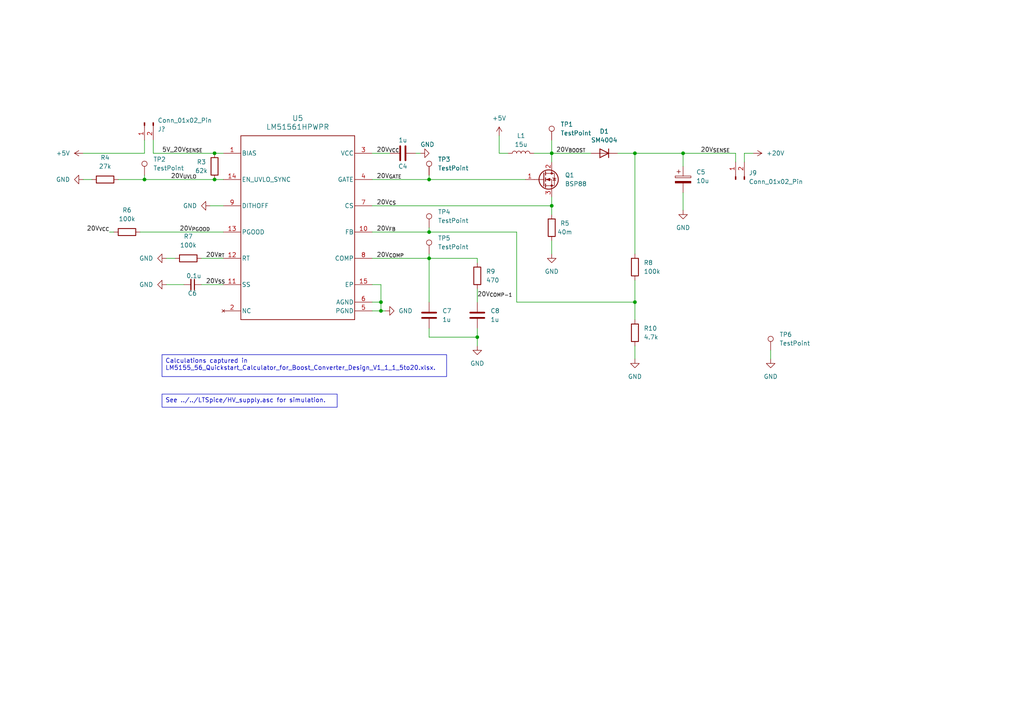
<source format=kicad_sch>
(kicad_sch (version 20230121) (generator eeschema)
  (paper "A4")
  (title_block (title "Nixie Accurate Clock") (rev "A") (company "Paul Willis"))
  (lib_symbols
    (symbol "00_lib:+20V" (power) (pin_names (offset 0)) (in_bom no) (on_board no)
      (property "Value" "+20V" (at 0 3.81 0))
      (symbol "+20V_0_1"
        (polyline (pts (xy -0.762 1.27) (xy 0 2.54)))
        (polyline (pts (xy 0 0) (xy 0 2.54)))
        (polyline (pts (xy 0 2.54) (xy 0.762 1.27)))
      )
      (symbol "+20V_1_1"
        (pin power_in line (at 0 0 90) (length 0) hide (name "+20V") (number "1"))
      )
    )
    (symbol "00_lib:BSP88" (pin_names hide)
      (property "Reference" "Q" (at 5.08 1.905 0))
      (property "Value" "BSP88" (at 5.08 0 0))
      (symbol "BSP88_0_1"
        (polyline (pts (xy 0.254 0) (xy -2.54 0)))
        (polyline (pts (xy 0.254 1.905) (xy 0.254 -1.905)) (stroke (width 0.254)))
        (polyline (pts (xy 0.762 -1.27) (xy 0.762 -2.286)) (stroke (width 0.254)))
        (polyline (pts (xy 0.762 0.508) (xy 0.762 -0.508)) (stroke (width 0.254)))
        (polyline (pts (xy 0.762 2.286) (xy 0.762 1.27)) (stroke (width 0.254)))
        (polyline (pts (xy 2.54 2.54) (xy 2.54 1.778)))
        (polyline (pts (xy 2.54 -2.54) (xy 2.54 0) (xy 0.762 0)))
        (polyline (pts (xy 0.762 -1.778) (xy 3.302 -1.778) (xy 3.302 1.778) (xy 0.762 1.778)))
        (polyline (pts (xy 1.016 0) (xy 2.032 0.381) (xy 2.032 -0.381) (xy 1.016 0)) (fill (type outline)))
        (polyline (pts (xy 2.794 0.508) (xy 2.921 0.381) (xy 3.683 0.381) (xy 3.81 0.254)))
        (polyline (pts (xy 3.302 0.381) (xy 2.921 -0.254) (xy 3.683 -0.254) (xy 3.302 0.381)))
        (circle (center 1.651 0) (radius 2.794) (stroke (width 0.254)))
        (circle (center 2.54 -1.778) (radius 0.254) (fill (type outline)))
        (circle (center 2.54 1.778) (radius 0.254) (fill (type outline)))
      )
      (symbol "BSP88_1_1"
        (pin input line (at -5.08 0 0) (length 2.54) (name "G") (number "1"))
        (pin passive line (at 2.54 5.08 270) (length 2.54) (name "D") (number "2"))
        (pin passive line (at 2.54 -5.08 90) (length 2.54) (name "S") (number "3"))
      )
    )
    (symbol "00_lib:LM51561HPWPR" (pin_names (offset 0.254))
      (property "Reference" "U3" (at 21.59 20.32 0))
      (property "Value" "LM51561HPWPR" (at 21.59 17.78 0))
      (property "Sim.Library" "lib.pretty\\LM5156-Q1_PSPICE_TRANS\\LM5156-Q1_TRANS.LIB" (at 21.59 15.24 0))
      (property "Sim.Name" "LM5156-Q1_TRANS" (at 21.59 12.7 0))
      (property "Sim.Device" "SUBCKT" (at 21.59 10.16 0))
      (property "Sim.Pins" "1=BIAS 3=VCC 5=GND 6=GATE 7=CS 8=COMP 9=DITHOFF 10=FB 11=SS 12=RT 13=PGOOD 14=UVLO_SYNC" (at 21.59 7.62 0))
      (symbol "LM51561HPWPR_0_1"
        (polyline (pts (xy 5.08 -48.26) (xy 38.1 -48.26)) (stroke (width 0.2032)))
        (polyline (pts (xy 5.08 5.08) (xy 5.08 -48.26)) (stroke (width 0.2032)))
        (polyline (pts (xy 38.1 -48.26) (xy 38.1 5.08)) (stroke (width 0.2032)))
        (polyline (pts (xy 38.1 5.08) (xy 5.08 5.08)) (stroke (width 0.2032)))
        (pin power_in line (at 0 0 0) (length 5.08) (name "BIAS") (number "1"))
        (pin input line (at 43.18 -22.86 180) (length 5.08) (name "FB") (number "10"))
        (pin input line (at 0 -38.1 0) (length 5.08) (name "SS") (number "11"))
        (pin input line (at 0 -30.48 0) (length 5.08) (name "RT") (number "12"))
        (pin open_collector line (at 0 -22.86 0) (length 5.08) (name "PGOOD") (number "13"))
        (pin input line (at 0 -7.62 0) (length 5.08) (name "EN_UVLO_SYNC") (number "14"))
        (pin passive line (at 43.18 -38.1 180) (length 5.08) (name "EP") (number "15"))
        (pin no_connect line (at 0 -45.72 0) (length 5.08) (name "NC") (number "2"))
        (pin power_out line (at 43.18 0 180) (length 5.08) (name "VCC") (number "3"))
        (pin output line (at 43.18 -7.62 180) (length 5.08) (name "GATE") (number "4"))
        (pin power_in line (at 43.18 -45.72 180) (length 5.08) (name "PGND") (number "5"))
        (pin power_in line (at 43.18 -43.18 180) (length 5.08) (name "AGND") (number "6"))
        (pin input line (at 43.18 -15.24 180) (length 5.08) (name "CS") (number "7"))
        (pin output line (at 43.18 -30.48 180) (length 5.08) (name "COMP") (number "8"))
        (pin input line (at 0 -15.24 0) (length 5.08) (name "DITHOFF") (number "9"))
      )
    )
    (symbol "Connector:Conn_01x02_Pin" (pin_names (offset 1.016) hide)
      (property "Reference" "J9" (at 1.905 -3.81 90))
      (property "Value" "Conn_01x02_Pin" (at -0.635 -3.81 90))
      (symbol "Conn_01x02_Pin_1_1"
        (polyline (pts (xy 1.27 -2.54) (xy 0.8636 -2.54)) (stroke (width 0.1524)))
        (polyline (pts (xy 1.27 0) (xy 0.8636 0)) (stroke (width 0.1524)))
        (rectangle (start 0.8636 -2.413) (end 0 -2.667) (stroke (width 0.1524)) (fill (type outline)))
        (rectangle (start 0.8636 0.127) (end 0 -0.127) (stroke (width 0.1524)) (fill (type outline)))
        (pin power_in line (at 5.08 0 180) (length 3.81) (name "Pin_1") (number "1"))
        (pin power_out line (at 5.08 -2.54 180) (length 3.81) (name "Pin_2") (number "2"))
      )
    )
    (symbol "Connector:TestPoint" (pin_numbers hide) (pin_names (offset 0.762) hide)
      (property "Reference" "TP" (at 0 6.858 0))
      (property "Value" "TestPoint" (at 0 5.08 0))
      (symbol "TestPoint_0_1"
        (circle (center 0 3.302) (radius 0.762))
      )
      (symbol "TestPoint_1_1"
        (pin passive line (at 0 0 90) (length 2.54) (name "1") (number "1"))
      )
    )
    (symbol "Device:C" (pin_numbers hide) (pin_names (offset 0.254))
      (property "Reference" "C" (at 0.635 2.54 0))
      (property "Value" "C" (at 0.635 -2.54 0))
      (symbol "C_0_1"
        (polyline (pts (xy -2.032 -0.762) (xy 2.032 -0.762)) (stroke (width 0.508)))
        (polyline (pts (xy -2.032 0.762) (xy 2.032 0.762)) (stroke (width 0.508)))
      )
      (symbol "C_1_1"
        (pin passive line (at 0 3.81 270) (length 2.794) (name "~") (number "1"))
        (pin passive line (at 0 -3.81 90) (length 2.794) (name "~") (number "2"))
      )
    )
    (symbol "Device:C_Polarized" (pin_numbers hide) (pin_names (offset 0.254))
      (property "Reference" "C" (at 0.635 2.54 0))
      (property "Value" "C_Polarized" (at 0.635 -2.54 0))
      (symbol "C_Polarized_0_1"
        (rectangle (start -2.286 0.508) (end 2.286 1.016))
        (polyline (pts (xy -1.778 2.286) (xy -0.762 2.286)))
        (polyline (pts (xy -1.27 2.794) (xy -1.27 1.778)))
        (rectangle (start 2.286 -0.508) (end -2.286 -1.016) (fill (type outline)))
      )
      (symbol "C_Polarized_1_1"
        (pin passive line (at 0 3.81 270) (length 2.794) (name "~") (number "1"))
        (pin passive line (at 0 -3.81 90) (length 2.794) (name "~") (number "2"))
      )
    )
    (symbol "Device:C_Small" (pin_numbers hide) (pin_names (offset 0.254) hide)
      (property "Reference" "C" (at 0.254 1.778 0))
      (property "Value" "C_Small" (at 0.254 -2.032 0))
      (symbol "C_Small_0_1"
        (polyline (pts (xy -1.524 -0.508) (xy 1.524 -0.508)) (stroke (width 0.3302)))
        (polyline (pts (xy -1.524 0.508) (xy 1.524 0.508)) (stroke (width 0.3048)))
      )
      (symbol "C_Small_1_1"
        (pin passive line (at 0 2.54 270) (length 2.032) (name "~") (number "1"))
        (pin passive line (at 0 -2.54 90) (length 2.032) (name "~") (number "2"))
      )
    )
    (symbol "Device:L" (pin_numbers hide) (pin_names (offset 1.016) hide)
      (property "Reference" "L" (at -1.27 0 90))
      (property "Value" "L" (at 1.905 0 90))
      (symbol "L_0_1"
        (arc (start 0 -2.54) (mid 0.6323 -1.905) (end 0 -1.27))
        (arc (start 0 -1.27) (mid 0.6323 -0.635) (end 0 0))
        (arc (start 0 0) (mid 0.6323 0.635) (end 0 1.27))
        (arc (start 0 1.27) (mid 0.6323 1.905) (end 0 2.54))
      )
      (symbol "L_1_1"
        (pin passive line (at 0 3.81 270) (length 1.27) (name "1") (number "1"))
        (pin passive line (at 0 -3.81 90) (length 1.27) (name "2") (number "2"))
      )
    )
    (symbol "Device:R" (pin_numbers hide) (pin_names (offset 0))
      (property "Reference" "R" (at 2.032 0 90))
      (property "Value" "R" (at 0 0 90))
      (symbol "R_0_1"
        (rectangle (start -1.016 -2.54) (end 1.016 2.54) (stroke (width 0.254)))
      )
      (symbol "R_1_1"
        (pin passive line (at 0 3.81 270) (length 1.27) (name "~") (number "1"))
        (pin passive line (at 0 -3.81 90) (length 1.27) (name "~") (number "2"))
      )
    )
    (symbol "Diode:SM4004" (pin_numbers hide) (pin_names hide)
      (property "Reference" "D1" (at 0 -6.35 0))
      (property "Value" "SM4004" (at 0 -3.81 0))
      (symbol "SM4004_0_1"
        (polyline (pts (xy -1.27 1.27) (xy -1.27 -1.27)) (stroke (width 0.254)))
        (polyline (pts (xy 1.27 0) (xy -1.27 0)))
        (polyline (pts (xy 1.27 1.27) (xy 1.27 -1.27) (xy -1.27 0) (xy 1.27 1.27)) (stroke (width 0.254)))
      )
      (symbol "SM4004_1_1"
        (pin power_out line (at -3.81 0 0) (length 2.54) (name "K") (number "1"))
        (pin passive line (at 3.81 0 180) (length 2.54) (name "A") (number "2"))
      )
    )
    (symbol "power:+5V" (power) (pin_names (offset 0))
      (property "Value" "+5V" (at 0 3.556 0))
      (symbol "+5V_0_1"
        (polyline (pts (xy -0.762 1.27) (xy 0 2.54)))
        (polyline (pts (xy 0 0) (xy 0 2.54)))
        (polyline (pts (xy 0 2.54) (xy 0.762 1.27)))
      )
      (symbol "+5V_1_1"
        (pin power_in line (at 0 0 90) (length 0) hide (name "+5V") (number "1"))
      )
    )
    (symbol "power:GND" (power) (pin_names (offset 0))
      (property "Value" "GND" (at 0 -3.81 0))
      (symbol "GND_0_1"
        (polyline (pts (xy 0 0) (xy 0 -1.27) (xy 1.27 -1.27) (xy 0 -2.54) (xy -1.27 -1.27) (xy 0 -1.27)))
      )
      (symbol "GND_1_1"
        (pin power_in line (at 0 0 270) (length 0) hide (name "GND") (number "1"))
      )
    )
  )
  (junction (at 160.02 59.69))
  (junction (at 41.91 52.07))
  (junction (at 62.23 44.45))
  (junction (at 110.49 87.63))
  (junction (at 138.43 97.79))
  (junction (at 198.12 44.45))
  (junction (at 184.15 87.63))
  (junction (at 110.49 90.17))
  (junction (at 124.46 52.07))
  (junction (at 124.46 74.93))
  (junction (at 62.23 52.07))
  (junction (at 184.15 44.45))
  (junction (at 160.02 44.45))
  (junction (at 124.46 67.31))
  (wire (pts (xy 184.15 73.66) (xy 184.15 44.45)))
  (wire (pts (xy 198.12 44.45) (xy 198.12 48.26)))
  (wire (pts (xy 160.02 44.45) (xy 160.02 46.99)))
  (wire (pts (xy 107.95 82.55) (xy 110.49 82.55)))
  (wire (pts (xy 124.46 67.31) (xy 149.86 67.31)))
  (wire (pts (xy 44.45 44.45) (xy 62.23 44.45)))
  (wire (pts (xy 107.95 87.63) (xy 110.49 87.63)))
  (wire (pts (xy 41.91 50.8) (xy 41.91 52.07)))
  (wire (pts (xy 110.49 87.63) (xy 110.49 90.17)))
  (wire (pts (xy 198.12 55.88) (xy 198.12 60.96)))
  (wire (pts (xy 179.07 44.45) (xy 184.15 44.45)))
  (wire (pts (xy 48.26 74.93) (xy 50.8 74.93)))
  (wire (pts (xy 160.02 40.64) (xy 160.02 44.45)))
  (wire (pts (xy 62.23 52.07) (xy 64.77 52.07)))
  (wire (pts (xy 138.43 95.25) (xy 138.43 97.79)))
  (wire (pts (xy 124.46 52.07) (xy 107.95 52.07)))
  (wire (pts (xy 160.02 62.23) (xy 160.02 59.69)))
  (wire (pts (xy 44.45 40.64) (xy 44.45 44.45)))
  (wire (pts (xy 213.36 46.99) (xy 213.36 44.45)))
  (wire (pts (xy 24.13 52.07) (xy 26.67 52.07)))
  (wire (pts (xy 31.75 67.31) (xy 33.02 67.31)))
  (wire (pts (xy 144.78 39.37) (xy 144.78 44.45)))
  (wire (pts (xy 184.15 81.28) (xy 184.15 87.63)))
  (wire (pts (xy 184.15 104.14) (xy 184.15 100.33)))
  (wire (pts (xy 149.86 67.31) (xy 149.86 87.63)))
  (wire (pts (xy 41.91 52.07) (xy 62.23 52.07)))
  (wire (pts (xy 124.46 74.93) (xy 124.46 87.63)))
  (wire (pts (xy 184.15 44.45) (xy 198.12 44.45)))
  (wire (pts (xy 124.46 66.04) (xy 124.46 67.31)))
  (wire (pts (xy 124.46 95.25) (xy 124.46 97.79)))
  (wire (pts (xy 110.49 90.17) (xy 111.76 90.17)))
  (wire (pts (xy 213.36 44.45) (xy 198.12 44.45)))
  (wire (pts (xy 154.94 44.45) (xy 160.02 44.45)))
  (wire (pts (xy 138.43 87.63) (xy 138.43 83.82)))
  (wire (pts (xy 48.26 82.55) (xy 53.34 82.55)))
  (wire (pts (xy 171.45 44.45) (xy 160.02 44.45)))
  (wire (pts (xy 41.91 44.45) (xy 41.91 40.64)))
  (wire (pts (xy 160.02 59.69) (xy 160.02 57.15)))
  (wire (pts (xy 107.95 90.17) (xy 110.49 90.17)))
  (wire (pts (xy 107.95 59.69) (xy 160.02 59.69)))
  (wire (pts (xy 184.15 87.63) (xy 184.15 92.71)))
  (wire (pts (xy 121.92 44.45) (xy 120.65 44.45)))
  (wire (pts (xy 144.78 44.45) (xy 147.32 44.45)))
  (wire (pts (xy 60.96 59.69) (xy 64.77 59.69)))
  (wire (pts (xy 223.52 104.14) (xy 223.52 101.6)))
  (wire (pts (xy 138.43 76.2) (xy 138.43 74.93)))
  (wire (pts (xy 40.64 67.31) (xy 64.77 67.31)))
  (wire (pts (xy 138.43 97.79) (xy 138.43 100.33)))
  (wire (pts (xy 107.95 44.45) (xy 113.03 44.45)))
  (wire (pts (xy 24.13 44.45) (xy 41.91 44.45)))
  (wire (pts (xy 110.49 82.55) (xy 110.49 87.63)))
  (wire (pts (xy 215.9 44.45) (xy 218.44 44.45)))
  (wire (pts (xy 58.42 74.93) (xy 64.77 74.93)))
  (wire (pts (xy 34.29 52.07) (xy 41.91 52.07)))
  (wire (pts (xy 215.9 46.99) (xy 215.9 44.45)))
  (wire (pts (xy 160.02 73.66) (xy 160.02 69.85)))
  (wire (pts (xy 107.95 74.93) (xy 124.46 74.93)))
  (wire (pts (xy 62.23 44.45) (xy 64.77 44.45)))
  (wire (pts (xy 152.4 52.07) (xy 124.46 52.07)))
  (wire (pts (xy 58.42 82.55) (xy 64.77 82.55)))
  (wire (pts (xy 107.95 67.31) (xy 124.46 67.31)))
  (wire (pts (xy 149.86 87.63) (xy 184.15 87.63)))
  (wire (pts (xy 124.46 97.79) (xy 138.43 97.79)))
  (wire (pts (xy 124.46 74.93) (xy 138.43 74.93)))
  (wire (pts (xy 124.46 73.66) (xy 124.46 74.93)))
  (wire (pts (xy 124.46 50.8) (xy 124.46 52.07)))
  (text_box "See ../../LTSpice/HV_supply.asc for simulation." (at 46.99 114.3 0) (size 50.8 3.81) (effects (font (size 1.27 1.27)) (justify left top)))
  (text_box "Calculations captured in LM5155_56_Quickstart_Calculator_for_Boost_Converter_Design_V1_1_1_5to20.xlsx." (at 46.99 102.87 0) (size 82.55 6.35) (effects (font (size 1.27 1.27)) (justify left top)))
  (label "20V_{UVLO}" (at 49.53 52.07 0))
  (label "20V_{SENSE}" (at 203.2 44.45 0))
  (label "20V_{COMP}" (at 109.22 74.93 0))
  (label "20V_{PGOOD}" (at 52.07 67.31 0))
  (label "20V_{VCC}" (at 31.75 67.31 180))
  (label "20V_{BOOST}" (at 161.29 44.45 0))
  (label "20V_{COMP-1}" (at 138.43 86.36 0))
  (label "20V_{CS}" (at 109.22 59.69 0))
  (label "20V_{SS}" (at 59.69 82.55 0))
  (label "5V_20V_{SENSE}" (at 46.99 44.45 0))
  (label "20V_{FB}" (at 109.22 67.31 0))
  (label "20V_{GATE}" (at 109.22 52.07 0))
  (label "20V_{VCC}" (at 109.22 44.45 0))
  (label "20V_{RT}" (at 59.69 74.93 0))
  (symbol (lib_id "Device:R") (at 54.61 74.93 90) (unit 1)
    (property "Reference" "R7" (at 54.61 68.58 90))
    (property "Value" "100k" (at 54.61 71.12 90))
    (property "Footprint" "Resistor_SMD:R_0603_1608Metric" (effects hide))
    (property "Datasheet" "https://www.yageo.com/upload/media/product/app/datasheet/rchip/pyu-rc_group_51_rohs_l.pdf" (effects hide))
    (property "Model" "RC0603JR-07100KL" (effects hide))
    (property "Price" "0.10" (effects hide))
    (property "Digikey link" "https://www.digikey.com/en/products/detail/yageo/RC0603JR-07100KL/726698" (effects hide))
    (property "Mouser link" "https://www.mouser.com/ProductDetail/YAGEO/RC0603JR-07100KL?qs=2cAdsCoAWRG9Rhqklpdeqg%3D%3D" (effects hide))
  )
  (symbol (lib_id "power:GND") (at 111.76 90.17 90) (unit 1)
    (property "Reference" "#PWR035" (effects hide))
    (property "Value" "GND" (at 115.57 90.17 90) (effects (justify right)))
  )
  (symbol (lib_id "Connector:TestPoint") (at 41.91 50.8 0) (unit 1)
    (property "Reference" "TP2" (at 44.45 46.228 0) (effects (justify left)))
    (property "Value" "TestPoint" (at 44.45 48.768 0) (effects (justify left)))
    (property "Footprint" "00_lib:TestPoint_Keystone_5019_Minature" (effects hide))
    (property "Datasheet" "https://www.mouser.com/datasheet/2/215/019-743690.pdf" (effects hide))
    (property "Model" "5019" (effects hide))
    (property "Sim.Enable" "0" (effects hide))
    (property "Price" "0.33" (effects hide))
    (property "Digikey link" "https://www.digikey.com/en/products/detail/keystone-electronics/5019/3907343" (effects hide))
    (property "Mouser link" "https://www.mouser.com/ProductDetail/Keystone-Electronics/5019?qs=wOxb8XianXjjCAsb90Ilzw%3D%3D" (effects hide))
  )
  (symbol (lib_id "Connector:Conn_01x02_Pin") (at 41.91 35.56 90) (mirror x) (unit 1)
    (property "Reference" "J?" (at 45.72 37.465 90) (effects (justify right)))
    (property "Value" "Conn_01x02_Pin" (at 45.72 34.925 90) (effects (justify right)))
    (property "Footprint" "Connector_PinHeader_2.54mm:PinHeader_1x02_P2.54mm_Vertical_SMD_Pin1Left" (effects hide))
    (property "Datasheet" "https://suddendocs.samtec.com/catalog_english/tsm.pdf" (effects hide))
    (property "Sim.Enable" "0" (effects hide))
    (property "Model" "TSM-102-01-L-SV" (effects hide))
    (property "Price" "0.42" (effects hide))
    (property "Digikey link" "https://www.digikey.com/en/products/detail/samtec-inc/TSM-102-01-L-SV/2685520" (effects hide))
    (property "Mouser link" "https://www.mouser.com/ProductDetail/Samtec/TSM-102-01-L-SV?qs=FESYatJ8odJ%252BIhPvKBkuBA%3D%3D" (effects hide))
    (instances (project "nixieAccurateClock" (path "" (reference "J?") (unit 1)) (path "" (reference "J8") (unit 1))))
  )
  (symbol (lib_id "Connector:TestPoint") (at 124.46 66.04 0) (unit 1)
    (property "Reference" "TP4" (at 127 61.468 0) (effects (justify left)))
    (property "Value" "TestPoint" (at 127 64.008 0) (effects (justify left)))
    (property "Footprint" "00_lib:TestPoint_Keystone_5019_Minature" (effects hide))
    (property "Datasheet" "https://www.mouser.com/datasheet/2/215/019-743690.pdf" (effects hide))
    (property "Model" "5019" (effects hide))
    (property "Sim.Enable" "0" (effects hide))
    (property "Price" "0.33" (effects hide))
    (property "Digikey link" "https://www.digikey.com/en/products/detail/keystone-electronics/5019/3907343" (effects hide))
    (property "Mouser link" "https://www.mouser.com/ProductDetail/Keystone-Electronics/5019?qs=wOxb8XianXjjCAsb90Ilzw%3D%3D" (effects hide))
  )
  (symbol (lib_id "Device:C") (at 116.84 44.45 90) (mirror x) (unit 1)
    (property "Reference" "C4" (at 116.84 48.26 90))
    (property "Value" "1u" (at 116.84 40.64 90))
    (property "Footprint" "Capacitor_SMD:C_0603_1608Metric" (effects hide))
    (property "Datasheet" "https://mm.digikey.com/Volume0/opasdata/d220001/medias/docus/609/CL10A105KA8NNNC_Spec.pdf" (effects hide))
    (property "Model" "CL10A105KA8NNNC" (effects hide))
    (property "Sim.Device" "C" (effects hide))
    (property "Sim.Pins" "1=+ 2=-" (effects hide))
    (property "Price" "0.10" (effects hide))
    (property "Digikey link" "https://www.digikey.com/en/products/detail/samsung-electro-mechanics/CL10A105KA8NNNC/3886760" (effects hide))
    (property "Mouser link" "https://www.mouser.com/ProductDetail/Samsung-Electro-Mechanics/CL10A105KA8NNNC?qs=hqM3L16%252BxldY%252BnK4KzDJVg%3D%3D" (effects hide))
  )
  (symbol (lib_id "Device:R") (at 138.43 80.01 0) (unit 1)
    (property "Reference" "R9" (at 140.97 78.74 0) (effects (justify left)))
    (property "Value" "470" (at 140.97 81.28 0) (effects (justify left)))
    (property "Footprint" "Resistor_SMD:R_0603_1608Metric" (effects hide))
    (property "Datasheet" "https://www.yageo.com/upload/media/product/app/datasheet/rchip/pyu-rc_group_51_rohs_l.pdf" (effects hide))
    (property "Model" "RC0603JR-07470RL" (effects hide))
    (property "Price" "0.10" (effects hide))
    (property "Digikey link" "https://www.digikey.com/en/products/detail/yageo/RC0603JR-07470RL/726791" (effects hide))
    (property "Mouser link" "https://www.mouser.com/ProductDetail/YAGEO/RC0603JR-07470RL?qs=%2F9ZTgpVJnN7OKFv8ihIyYQ%3D%3D" (effects hide))
  )
  (symbol (lib_id "Connector:TestPoint") (at 124.46 50.8 0) (unit 1)
    (property "Reference" "TP3" (at 127 46.228 0) (effects (justify left)))
    (property "Value" "TestPoint" (at 127 48.768 0) (effects (justify left)))
    (property "Footprint" "00_lib:TestPoint_Keystone_5019_Minature" (effects hide))
    (property "Datasheet" "https://www.mouser.com/datasheet/2/215/019-743690.pdf" (effects hide))
    (property "Model" "5019" (effects hide))
    (property "Sim.Enable" "0" (effects hide))
    (property "Price" "0.33" (effects hide))
    (property "Digikey link" "https://www.digikey.com/en/products/detail/keystone-electronics/5019/3907343" (effects hide))
    (property "Mouser link" "https://www.mouser.com/ProductDetail/Keystone-Electronics/5019?qs=wOxb8XianXjjCAsb90Ilzw%3D%3D" (effects hide))
  )
  (symbol (lib_id "Device:C") (at 124.46 91.44 0) (unit 1)
    (property "Reference" "C7" (at 128.27 90.17 0) (effects (justify left)))
    (property "Value" "1u" (at 128.27 92.71 0) (effects (justify left)))
    (property "Footprint" "Capacitor_SMD:C_0603_1608Metric" (effects hide))
    (property "Datasheet" "https://mm.digikey.com/Volume0/opasdata/d220001/medias/docus/609/CL10A105KA8NNNC_Spec.pdf" (effects hide))
    (property "Model" "CL10A105KA8NNNC" (effects hide))
    (property "Sim.Device" "C" (effects hide))
    (property "Sim.Pins" "1=+ 2=-" (effects hide))
    (property "Price" "0.10" (effects hide))
    (property "Digikey link" "https://www.digikey.com/en/products/detail/samsung-electro-mechanics/CL10A105KA8NNNC/3886760" (effects hide))
    (property "Mouser link" "https://www.mouser.com/ProductDetail/Samsung-Electro-Mechanics/CL10A105KA8NNNC?qs=hqM3L16%252BxldY%252BnK4KzDJVg%3D%3D" (effects hide))
  )
  (symbol (lib_id "Device:R") (at 160.02 66.04 0) (mirror y) (unit 1)
    (property "Reference" "R5" (at 163.83 64.77 0))
    (property "Value" "40m" (at 163.83 67.31 0))
    (property "Footprint" "Resistor_SMD:R_0603_1608Metric" (effects hide))
    (property "Datasheet" "https://www.vishay.com/docs/30122/wslp.pdf" (effects hide))
    (property "Model" "WSLP0603R0400FEB" (effects hide))
    (property "Price" "0.74" (effects hide))
    (property "Digikey link" "https://www.digikey.com/en/products/detail/vishay-dale/WSLP0603R0400FEB/2695094" (effects hide))
    (property "Mouser link" "https://www.mouser.com/ProductDetail/Vishay-Dale/WSLP0603R0400FEB?qs=%2FCIfAsUrYSUeZEuc8AwYZQ%3D%3D" (effects hide))
  )
  (symbol (lib_id "Connector:TestPoint") (at 223.52 101.6 0) (unit 1)
    (property "Reference" "TP6" (at 226.06 97.028 0) (effects (justify left)))
    (property "Value" "TestPoint" (at 226.06 99.568 0) (effects (justify left)))
    (property "Footprint" "00_lib:TestPoint_Keystone_5019_Minature" (effects hide))
    (property "Datasheet" "https://www.mouser.com/datasheet/2/215/019-743690.pdf" (effects hide))
    (property "Model" "5019" (effects hide))
    (property "Sim.Enable" "0" (effects hide))
    (property "Price" "0.33" (effects hide))
    (property "Digikey link" "https://www.digikey.com/en/products/detail/keystone-electronics/5019/3907343" (effects hide))
    (property "Mouser link" "https://www.mouser.com/ProductDetail/Keystone-Electronics/5019?qs=wOxb8XianXjjCAsb90Ilzw%3D%3D" (effects hide))
  )
  (symbol (lib_id "00_lib:BSP88") (at 157.48 52.07 0) (unit 1)
    (property "Reference" "Q1" (at 163.83 50.8 0) (effects (justify left)))
    (property "Value" "BSP88" (at 163.83 53.34 0) (effects (justify left)))
    (property "Footprint" "Package_TO_SOT_SMD:SOT-223-3_TabPin2" (effects hide))
    (property "Datasheet" "https://www.infineon.com/dgdl/Infineon-BSP88-DS-v02_02-en.pdf?fileId=db3a30433b47825b013b4b657acf0ca8" (effects hide))
    (property "Model" "BSP88" (effects hide))
    (property "Price" "0.60" (effects hide))
    (property "Digikey link" "https://www.digikey.com/en/products/detail/infineon-technologies/BSP88H6327XTSA1/5959955" (effects hide))
    (property "Mouser link" "https://www.mouser.com/ProductDetail/Infineon-Technologies/BSP88H6327XTSA1?qs=LqwxS8kK3AsxJVC%2FVRfDmg%3D%3D" (effects hide))
  )
  (symbol (lib_id "Connector:TestPoint") (at 160.02 40.64 0) (unit 1)
    (property "Reference" "TP1" (at 162.56 36.068 0) (effects (justify left)))
    (property "Value" "TestPoint" (at 162.56 38.608 0) (effects (justify left)))
    (property "Footprint" "00_lib:TestPoint_Keystone_5019_Minature" (effects hide))
    (property "Datasheet" "https://www.mouser.com/datasheet/2/215/019-743690.pdf" (effects hide))
    (property "Model" "5019" (effects hide))
    (property "Sim.Enable" "0" (effects hide))
    (property "Price" "0.33" (effects hide))
    (property "Digikey link" "https://www.digikey.com/en/products/detail/keystone-electronics/5019/3907343" (effects hide))
    (property "Mouser link" "https://www.mouser.com/ProductDetail/Keystone-Electronics/5019?qs=wOxb8XianXjjCAsb90Ilzw%3D%3D" (effects hide))
  )
  (symbol (lib_id "power:GND") (at 160.02 73.66 0) (unit 1)
    (property "Reference" "#PWR032" (effects hide))
    (property "Value" "GND" (at 160.02 78.74 0))
  )
  (symbol (lib_id "power:GND") (at 138.43 100.33 0) (unit 1)
    (property "Reference" "#PWR036" (effects hide))
    (property "Value" "GND" (at 138.43 105.41 0))
  )
  (symbol (lib_id "Device:R") (at 36.83 67.31 270) (unit 1)
    (property "Reference" "R6" (at 36.83 60.96 90))
    (property "Value" "100k" (at 36.83 63.5 90))
    (property "Footprint" "Resistor_SMD:R_0603_1608Metric" (effects hide))
    (property "Datasheet" "https://www.yageo.com/upload/media/product/app/datasheet/rchip/pyu-rc_group_51_rohs_l.pdf" (effects hide))
    (property "Model" "RC0603JR-07100KL" (effects hide))
    (property "Price" "0.10" (effects hide))
    (property "Digikey link" "https://www.digikey.com/en/products/detail/yageo/RC0603JR-07100KL/726698" (effects hide))
    (property "Mouser link" "https://www.mouser.com/ProductDetail/YAGEO/RC0603JR-07100KL?qs=2cAdsCoAWRG9Rhqklpdeqg%3D%3D" (effects hide))
  )
  (symbol (lib_id "power:GND") (at 198.12 60.96 0) (unit 1)
    (property "Reference" "#PWR031" (effects hide))
    (property "Value" "GND" (at 198.12 66.04 0))
  )
  (symbol (lib_id "Device:R") (at 184.15 77.47 180) (unit 1)
    (property "Reference" "R8" (at 186.69 76.2 0) (effects (justify right)))
    (property "Value" "100k" (at 186.69 78.74 0) (effects (justify right)))
    (property "Footprint" "Resistor_SMD:R_0603_1608Metric" (effects hide))
    (property "Datasheet" "https://www.yageo.com/upload/media/product/app/datasheet/rchip/pyu-rc_group_51_rohs_l.pdf" (effects hide))
    (property "Model" "RC0603JR-07100KL" (effects hide))
    (property "Price" "0.10" (effects hide))
    (property "Digikey link" "https://www.digikey.com/en/products/detail/yageo/RC0603JR-07100KL/726698" (effects hide))
    (property "Mouser link" "https://www.mouser.com/ProductDetail/YAGEO/RC0603JR-07100KL?qs=2cAdsCoAWRG9Rhqklpdeqg%3D%3D" (effects hide))
  )
  (symbol (lib_id "power:GND") (at 24.13 52.07 270) (unit 1)
    (property "Reference" "#PWR029" (effects hide))
    (property "Value" "GND" (at 20.32 52.07 90) (effects (justify right)))
  )
  (symbol (lib_id "Device:C_Polarized") (at 198.12 52.07 0) (unit 1)
    (property "Reference" "C5" (at 201.93 49.911 0) (effects (justify left)))
    (property "Value" "10u" (at 201.93 52.451 0) (effects (justify left)))
    (property "Footprint" "Capacitor_SMD:CP_Elec_8x10" (effects hide))
    (property "Datasheet" "https://www.nichicon.co.jp/english/series_items/catalog_pdf/e-ulr.pdf" (effects hide))
    (property "Model" "ULR2E100MNL1GS" (effects hide))
    (property "Sim.Device" "C" (effects hide))
    (property "Sim.Pins" "1=+ 2=-" (effects hide))
    (property "Price" "1.03" (effects hide))
    (property "Digikey link" "https://www.digikey.com/en/products/detail/nichicon/ULR2E100MNL1GS/3664123" (effects hide))
    (property "Mouser link" "https://www.mouser.com/ProductDetail/Nichicon/ULR2E100MNL1GS?qs=aoAypCcaRa8pBYU9738QBQ%3D%3D" (effects hide))
  )
  (symbol (lib_id "Device:R") (at 62.23 48.26 180) (unit 1)
    (property "Reference" "R3" (at 58.42 46.99 0))
    (property "Value" "62k" (at 58.42 49.53 0))
    (property "Footprint" "Resistor_SMD:R_0603_1608Metric" (effects hide))
    (property "Datasheet" "https://www.seielect.com/catalog/sei-rmcf_rmcp.pdf" (effects hide))
    (property "Model" "RMCF0603FT62K0" (effects hide))
    (property "Price" "0.10" (effects hide))
    (property "Digikey link" "https://www.digikey.com/en/products/detail/stackpole-electronics-inc/RMCF0603FT62K0/1714175" (effects hide))
    (property "Mouser link" "https://www.mouser.com/ProductDetail/Panasonic/ERJ-3GEYJ623V?qs=JjxTDIFmKPS6xQUYaPwfBA%3D%3D" (effects hide))
  )
  (symbol (lib_id "00_lib:+20V") (at 218.44 44.45 270) (unit 1) (in_bom no) (on_board no)
    (property "Reference" "#PWR028" (effects hide))
    (property "Value" "+20V" (at 222.25 44.45 90) (effects (justify left)))
    (property "Sim.Enable" "0" (effects hide))
  )
  (symbol (lib_id "power:+5V") (at 144.78 39.37 0) (unit 1)
    (property "Reference" "#PWR025" (effects hide))
    (property "Value" "+5V" (at 144.78 34.29 0))
    (property "Sim.Enable" "0" (effects hide))
  )
  (symbol (lib_id "Diode:SM4004") (at 175.26 44.45 180) (unit 1)
    (property "Reference" "D1" (at 175.26 38.1 0))
    (property "Value" "SM4004" (at 175.26 40.64 0))
    (property "Footprint" "Diode_SMD:D_MELF" (effects hide))
    (property "Datasheet" "http://cdn-reichelt.de/documents/datenblatt/A400/SMD1N400%23DIO.pdf" (effects hide))
    (property "Sim.Device" "D" (effects hide))
    (property "Sim.Pins" "1=K 2=A" (effects hide))
    (property "Model" "SM4004" (effects hide))
    (property "Price" "0.27" (effects hide))
    (property "Digikey link" "https://www.digikey.com/en/products/detail/diotec-semiconductor/SM4004/13155357" (effects hide))
    (property "Mouser link" "https://www.mouser.com/ProductDetail/Diotec-Semiconductor/SM4004?qs=OlC7AqGiEDkXkiBPoivHAA%3D%3D" (effects hide))
  )
  (symbol (lib_id "00_lib:LM51561HPWPR") (at 64.77 44.45 0) (unit 1)
    (property "Reference" "U5" (at 86.36 34.29 0) (effects (font (size 1.524 1.524))))
    (property "Value" "LM51561HPWPR" (at 86.36 36.83 0) (effects (font (size 1.524 1.524))))
    (property "Footprint" "00_lib:PWP0014H-IPC_C" (effects hide))
    (property "Datasheet" "http://www.ti.com/general/docs/suppproductinfo.tsp?distId=10&gotoUrl=http%3A%2F%2Fwww.ti.com%2Flit%2Fgpn%2FLM5156H" (effects hide))
    (property "Model" "LM51561HPWPR" (effects hide))
    (property "Price" "2.18" (effects hide))
    (property "Digikey link" "https://www.digikey.com/en/products/detail/texas-instruments/LM51561HPWPR/13283334" (effects hide))
    (property "Mouser link" "https://www.mouser.com/ProductDetail/Texas-Instruments/LM51561HPWPR?qs=zW32dvEIR3sIsgYNjaIZmQ%3D%3D" (effects hide))
  )
  (symbol (lib_id "Device:L") (at 151.13 44.45 90) (unit 1)
    (property "Reference" "L1" (at 151.13 39.37 90))
    (property "Value" "15u" (at 151.13 41.91 90))
    (property "Footprint" "00_lib:IND_VLS6045EX-150M" (effects hide))
    (property "Datasheet" "https://product.tdk.com/en/system/files?file=dam/doc/product/inductor/inductor/smd/catalog/inductor_commercial_power_vls6045ex_en.pdf" (effects hide))
    (property "Model" "VLS6045EX-150M" (effects hide))
    (property "Price" "0.41" (effects hide))
    (property "Digikey link" "https://www.digikey.com/en/products/detail/tdk-corporation/VLS6045EX-150M/5286690" (effects hide))
    (property "Mouser link" "https://www.mouser.com/ProductDetail/TDK/VLS6045EX-150M?qs=oF%2FSscNnLpDh4m%2FVdQ%2FgKQ%3D%3D" (effects hide))
  )
  (symbol (lib_id "power:GND") (at 121.92 44.45 90) (unit 1)
    (property "Reference" "#PWR027" (effects hide))
    (property "Value" "GND" (at 121.92 41.91 90) (effects (justify right)))
  )
  (symbol (lib_id "Device:C_Small") (at 55.88 82.55 270) (mirror x) (unit 1)
    (property "Reference" "C6" (at 57.1437 85.09 90) (effects (justify right)))
    (property "Value" "0.1u" (at 58.42 80.01 90) (effects (justify right)))
    (property "Footprint" "Capacitor_SMD:C_0603_1608Metric" (effects hide))
    (property "Datasheet" "https://mm.digikey.com/Volume0/opasdata/d220001/medias/docus/658/CL10B104KB8NNWC_Spec.pdf" (effects hide))
    (property "Model" "CL10B104KB8NNWC" (effects hide))
    (property "Price" "0.10" (effects hide))
    (property "Digikey link" "https://www.digikey.com/en/products/detail/samsung-electro-mechanics/CL10A105KA8NNNC/3886760" (effects hide))
    (property "Mouser link" "https://www.mouser.com/ProductDetail/Samsung-Electro-Mechanics/CL10A105KA8NNNC?qs=hqM3L16%252BxldY%252BnK4KzDJVg%3D%3D" (effects hide))
  )
  (symbol (lib_id "power:GND") (at 48.26 74.93 270) (unit 1)
    (property "Reference" "#PWR033" (effects hide))
    (property "Value" "GND" (at 44.45 74.93 90) (effects (justify right)))
  )
  (symbol (lib_id "Device:C") (at 138.43 91.44 0) (unit 1)
    (property "Reference" "C8" (at 142.24 90.17 0) (effects (justify left)))
    (property "Value" "1u" (at 142.24 92.71 0) (effects (justify left)))
    (property "Footprint" "Capacitor_SMD:C_0603_1608Metric" (effects hide))
    (property "Datasheet" "https://mm.digikey.com/Volume0/opasdata/d220001/medias/docus/609/CL10A105KA8NNNC_Spec.pdf" (effects hide))
    (property "Model" "CL10A105KA8NNNC" (effects hide))
    (property "Sim.Device" "C" (effects hide))
    (property "Sim.Pins" "1=+ 2=-" (effects hide))
    (property "Price" "0.10" (effects hide))
    (property "Digikey link" "https://www.digikey.com/en/products/detail/samsung-electro-mechanics/CL10A105KA8NNNC/3886760" (effects hide))
    (property "Mouser link" "https://www.mouser.com/ProductDetail/Samsung-Electro-Mechanics/CL10A105KA8NNNC?qs=hqM3L16%252BxldY%252BnK4KzDJVg%3D%3D" (effects hide))
  )
  (symbol (lib_id "power:GND") (at 48.26 82.55 270) (unit 1)
    (property "Reference" "#PWR034" (effects hide))
    (property "Value" "GND" (at 44.45 82.55 90) (effects (justify right)))
  )
  (symbol (lib_id "power:GND") (at 223.52 104.14 0) (unit 1)
    (property "Reference" "#PWR038" (effects hide))
    (property "Value" "GND" (at 223.52 109.22 0))
  )
  (symbol (lib_id "Device:R") (at 30.48 52.07 90) (unit 1)
    (property "Reference" "R4" (at 30.48 45.72 90))
    (property "Value" "27k" (at 30.48 48.26 90))
    (property "Footprint" "Resistor_SMD:R_0603_1608Metric" (effects hide))
    (property "Datasheet" "https://www.yageo.com/upload/media/product/app/datasheet/rchip/pyu-rc_group_51_rohs_l.pdf" (effects hide))
    (property "Model" "RC0603FR-0727KL" (effects hide))
    (property "Price" "0.10" (effects hide))
    (property "Digikey link" "https://www.digikey.com/en/products/detail/yageo/RC0603FR-0727KL/727100" (effects hide))
    (property "Mouser link" "https://www.mouser.com/ProductDetail/YAGEO/RC0603FR-0727KL?qs=HhmREhdzqomUcJ5okwKG7g%3D%3D" (effects hide))
  )
  (symbol (lib_id "Device:R") (at 184.15 96.52 180) (unit 1)
    (property "Reference" "R10" (at 186.69 95.25 0) (effects (justify right)))
    (property "Value" "4.7k" (at 186.69 97.79 0) (effects (justify right)))
    (property "Footprint" "Resistor_SMD:R_0603_1608Metric" (effects hide))
    (property "Datasheet" "https://www.yageo.com/upload/media/product/app/datasheet/rchip/pyu-rc_group_51_rohs_l.pdf" (effects hide))
    (property "Model" "RC0603JR-074K7L" (effects hide))
    (property "Price" "0.10" (effects hide))
    (property "Digikey link" "https://www.digikey.com/en/products/detail/yageo/RC0603JR-074K7L/726785" (effects hide))
    (property "Mouser link" "https://www.mouser.com/ProductDetail/YAGEO/RC0603JR-074K7L?qs=%2F9ZTgpVJnN7SlR9TL5EAvw%3D%3D" (effects hide))
  )
  (symbol (lib_id "Connector:Conn_01x02_Pin") (at 213.36 52.07 90) (unit 1)
    (property "Reference" "J9" (at 217.17 50.165 90) (effects (justify right)))
    (property "Value" "Conn_01x02_Pin" (at 217.17 52.705 90) (effects (justify right)))
    (property "Footprint" "Connector_PinHeader_2.54mm:PinHeader_1x02_P2.54mm_Vertical_SMD_Pin1Left" (effects hide))
    (property "Datasheet" "https://suddendocs.samtec.com/catalog_english/tsm.pdf" (effects hide))
    (property "Sim.Enable" "0" (effects hide))
    (property "Model" "TSM-102-01-L-SV" (effects hide))
    (property "Price" "0.42" (effects hide))
    (property "Digikey link" "https://www.digikey.com/en/products/detail/samtec-inc/TSM-102-01-L-SV/2685520" (effects hide))
    (property "Mouser link" "https://www.mouser.com/ProductDetail/Samtec/TSM-102-01-L-SV?qs=FESYatJ8odJ%252BIhPvKBkuBA%3D%3D" (effects hide))
  )
  (symbol (lib_id "power:+5V") (at 24.13 44.45 90) (unit 1)
    (property "Reference" "#PWR026" (effects hide))
    (property "Value" "+5V" (at 20.32 44.45 90) (effects (justify left)))
    (property "Sim.Enable" "0" (effects hide))
  )
  (symbol (lib_id "Connector:TestPoint") (at 124.46 73.66 0) (unit 1)
    (property "Reference" "TP5" (at 127 69.088 0) (effects (justify left)))
    (property "Value" "TestPoint" (at 127 71.628 0) (effects (justify left)))
    (property "Footprint" "00_lib:TestPoint_Keystone_5019_Minature" (effects hide))
    (property "Datasheet" "https://www.mouser.com/datasheet/2/215/019-743690.pdf" (effects hide))
    (property "Model" "5019" (effects hide))
    (property "Sim.Enable" "0" (effects hide))
    (property "Price" "0.33" (effects hide))
    (property "Digikey link" "https://www.digikey.com/en/products/detail/keystone-electronics/5019/3907343" (effects hide))
    (property "Mouser link" "https://www.mouser.com/ProductDetail/Keystone-Electronics/5019?qs=wOxb8XianXjjCAsb90Ilzw%3D%3D" (effects hide))
  )
  (symbol (lib_id "power:GND") (at 184.15 104.14 0) (unit 1)
    (property "Reference" "#PWR037" (effects hide))
    (property "Value" "GND" (at 184.15 109.22 0))
  )
  (symbol (lib_id "power:GND") (at 60.96 59.69 270) (unit 1)
    (property "Reference" "#PWR030" (effects hide))
    (property "Value" "GND" (at 57.15 59.69 90) (effects (justify right)))
  )
)
</source>
